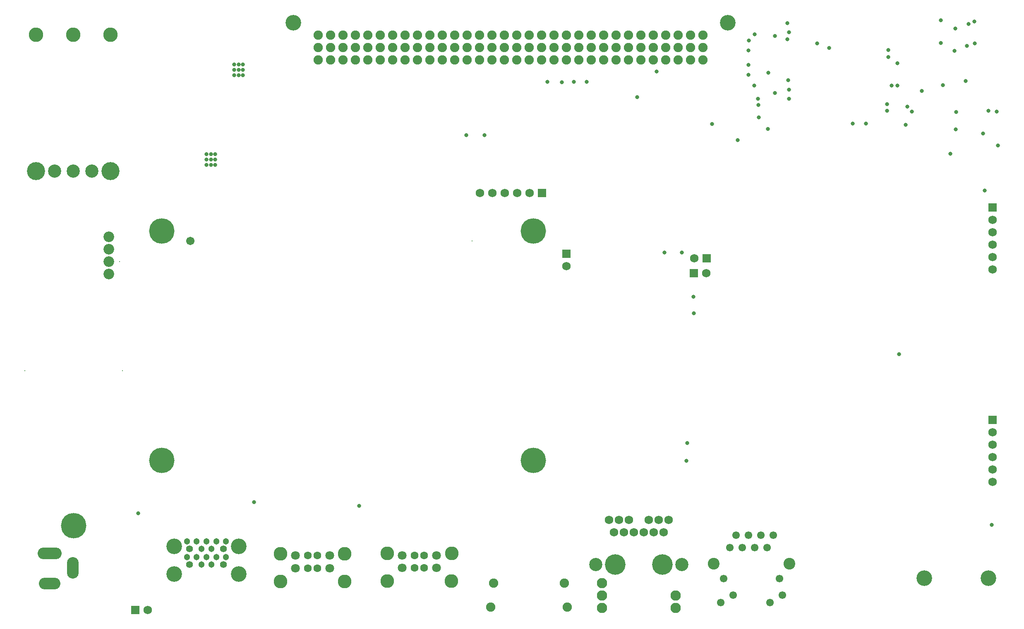
<source format=gbs>
G04*
G04 #@! TF.GenerationSoftware,Altium Limited,Altium Designer,21.2.2 (38)*
G04*
G04 Layer_Color=16711935*
%FSLAX25Y25*%
%MOIN*%
G70*
G04*
G04 #@! TF.SameCoordinates,9A9FBC94-F95F-4755-83A8-F293FEA714C6*
G04*
G04*
G04 #@! TF.FilePolarity,Negative*
G04*
G01*
G75*
%ADD159C,0.12611*%
%ADD160C,0.06800*%
%ADD161R,0.06800X0.06800*%
%ADD162R,0.06800X0.06800*%
%ADD163C,0.06902*%
%ADD164C,0.08280*%
%ADD165C,0.10642*%
%ADD166C,0.16548*%
%ADD167C,0.07493*%
%ADD168C,0.00800*%
%ADD169C,0.06706*%
%ADD170C,0.20485*%
%ADD171C,0.05131*%
%ADD172C,0.05524*%
%ADD173C,0.07099*%
%ADD174C,0.06312*%
%ADD175C,0.11036*%
%ADD176C,0.08556*%
%ADD177C,0.11627*%
%ADD178C,0.14580*%
%ADD179C,0.06115*%
%ADD180C,0.09461*%
%ADD181O,0.17335X0.09461*%
%ADD182O,0.19304X0.09461*%
%ADD183O,0.09461X0.17335*%
%ADD184C,0.03162*%
D159*
X746575Y33268D02*
D03*
X798307D02*
D03*
X238386Y481260D02*
D03*
X588386D02*
D03*
X142441Y59016D02*
D03*
X194173D02*
D03*
X142441Y36614D02*
D03*
X194173D02*
D03*
D160*
X458465Y285197D02*
D03*
X418780Y343898D02*
D03*
X428780D02*
D03*
X408779D02*
D03*
X398780D02*
D03*
X388779D02*
D03*
X571102Y279528D02*
D03*
X561181Y291339D02*
D03*
X801772Y282283D02*
D03*
Y292284D02*
D03*
Y302284D02*
D03*
Y322284D02*
D03*
Y312283D02*
D03*
X801575Y111221D02*
D03*
Y121221D02*
D03*
Y131220D02*
D03*
Y151221D02*
D03*
Y141220D02*
D03*
X121024Y7874D02*
D03*
D161*
X458465Y295197D02*
D03*
X801772Y332283D02*
D03*
X801575Y161221D02*
D03*
D162*
X438779Y343898D02*
D03*
X561102Y279528D02*
D03*
X571181Y291339D02*
D03*
X111024Y7874D02*
D03*
D163*
X536614Y70472D02*
D03*
X528622D02*
D03*
X520630D02*
D03*
X512598D02*
D03*
X504606D02*
D03*
X496614D02*
D03*
X540630Y80472D02*
D03*
X532638D02*
D03*
X524646D02*
D03*
X508583D02*
D03*
X500591D02*
D03*
X492598D02*
D03*
D164*
X546220Y19488D02*
D03*
Y9488D02*
D03*
X487008Y29488D02*
D03*
Y19488D02*
D03*
Y9488D02*
D03*
D165*
X551221Y44488D02*
D03*
X482008D02*
D03*
X46024Y361850D02*
D03*
X61024D02*
D03*
X76024D02*
D03*
D166*
X535630Y44488D02*
D03*
X497598D02*
D03*
D167*
X258386Y471260D02*
D03*
X268386D02*
D03*
X278386D02*
D03*
X288386D02*
D03*
X298386D02*
D03*
X308386D02*
D03*
X318386D02*
D03*
X328386D02*
D03*
X338386D02*
D03*
X348386D02*
D03*
X358386D02*
D03*
X368386D02*
D03*
X378386D02*
D03*
X388386D02*
D03*
X398386D02*
D03*
X408386D02*
D03*
X418386D02*
D03*
X428386D02*
D03*
X438386D02*
D03*
X448386D02*
D03*
X458386D02*
D03*
X468386D02*
D03*
X478386D02*
D03*
X488386D02*
D03*
X498386D02*
D03*
X508386D02*
D03*
X518386D02*
D03*
X528386D02*
D03*
X538386D02*
D03*
X548386D02*
D03*
X558386D02*
D03*
X568386D02*
D03*
X258386Y461260D02*
D03*
X268386D02*
D03*
X278386D02*
D03*
X288386D02*
D03*
X298386D02*
D03*
X308386D02*
D03*
X318386D02*
D03*
X328386D02*
D03*
X338386D02*
D03*
X348386D02*
D03*
X358386D02*
D03*
X368386D02*
D03*
X378386D02*
D03*
X388386D02*
D03*
X398386D02*
D03*
X408386D02*
D03*
X418386D02*
D03*
X428386D02*
D03*
X438386D02*
D03*
X448386D02*
D03*
X458386D02*
D03*
X468386D02*
D03*
X478386D02*
D03*
X488386D02*
D03*
X498386D02*
D03*
X508386D02*
D03*
X518386D02*
D03*
X528386D02*
D03*
X538386D02*
D03*
X548386D02*
D03*
X558386D02*
D03*
X568386D02*
D03*
X258386Y451260D02*
D03*
X268386D02*
D03*
X278386D02*
D03*
X288386D02*
D03*
X298386D02*
D03*
X308386D02*
D03*
X318386D02*
D03*
X328386D02*
D03*
X338386D02*
D03*
X348386D02*
D03*
X358386D02*
D03*
X368386D02*
D03*
X378386D02*
D03*
X388386D02*
D03*
X398386D02*
D03*
X408386D02*
D03*
X418386D02*
D03*
X428386D02*
D03*
X438386D02*
D03*
X448386D02*
D03*
X458386D02*
D03*
X468386D02*
D03*
X478386D02*
D03*
X488386D02*
D03*
X498386D02*
D03*
X508386D02*
D03*
X518386D02*
D03*
X528386D02*
D03*
X538386D02*
D03*
X548386D02*
D03*
X558386D02*
D03*
X568386D02*
D03*
X456693Y29331D02*
D03*
X399606D02*
D03*
X397244Y10039D02*
D03*
X459055D02*
D03*
D168*
X382480Y305512D02*
D03*
X100787Y200787D02*
D03*
X22047D02*
D03*
X98268Y288819D02*
D03*
D169*
X155315Y305512D02*
D03*
D170*
X431693Y313386D02*
D03*
X132480D02*
D03*
X132480Y128347D02*
D03*
X431693D02*
D03*
X61417Y75787D02*
D03*
D171*
X184055Y62992D02*
D03*
X176181D02*
D03*
X168307D02*
D03*
X160433D02*
D03*
X152559D02*
D03*
X172244Y57087D02*
D03*
X164370D02*
D03*
X184055Y50394D02*
D03*
X176181D02*
D03*
X168307D02*
D03*
X160433D02*
D03*
X152559D02*
D03*
X172244Y44488D02*
D03*
X164370D02*
D03*
D172*
X182087Y57087D02*
D03*
X154527D02*
D03*
X182087Y44488D02*
D03*
X154527D02*
D03*
D173*
X353661Y51811D02*
D03*
X326102D02*
D03*
X353661Y41575D02*
D03*
X326102D02*
D03*
X267583Y51575D02*
D03*
X240024D02*
D03*
X267583Y41339D02*
D03*
X240024D02*
D03*
D174*
X343819Y51811D02*
D03*
X335945D02*
D03*
X343819Y41575D02*
D03*
X335945D02*
D03*
X257740Y51575D02*
D03*
X249867D02*
D03*
X257740Y41339D02*
D03*
X249867D02*
D03*
D175*
X365866Y53268D02*
D03*
X365748Y30906D02*
D03*
X314134Y53268D02*
D03*
X314016Y30906D02*
D03*
X279788Y53031D02*
D03*
X279670Y30669D02*
D03*
X228056Y53031D02*
D03*
X227937Y30669D02*
D03*
D176*
X89764Y278819D02*
D03*
Y288819D02*
D03*
Y298819D02*
D03*
Y308819D02*
D03*
D177*
X91024Y471850D02*
D03*
X61024D02*
D03*
X31024D02*
D03*
D178*
Y361850D02*
D03*
X91024D02*
D03*
D179*
X582579Y13780D02*
D03*
X592579Y19764D02*
D03*
X622382Y13780D02*
D03*
X632382Y19764D02*
D03*
X589980Y58071D02*
D03*
X594980Y68071D02*
D03*
X599980Y58071D02*
D03*
X604980Y68071D02*
D03*
X609980Y58071D02*
D03*
X614980Y68071D02*
D03*
X619980Y58071D02*
D03*
X624980Y68071D02*
D03*
X629980Y33071D02*
D03*
X584980D02*
D03*
D180*
X638091Y45079D02*
D03*
X576870D02*
D03*
D181*
X41929Y28937D02*
D03*
D182*
Y53543D02*
D03*
D183*
X60827Y41732D02*
D03*
D184*
X716535Y410236D02*
D03*
X530905Y441929D02*
D03*
X515354Y421457D02*
D03*
X604921Y439370D02*
D03*
X780905Y462598D02*
D03*
X732874Y413583D02*
D03*
X736811Y409646D02*
D03*
X726181Y213976D02*
D03*
X613040Y415020D02*
D03*
X636417Y467913D02*
D03*
X626378Y470866D02*
D03*
X609842Y472047D02*
D03*
X637530Y420020D02*
D03*
X605315Y466929D02*
D03*
X612598Y420079D02*
D03*
X604921Y459055D02*
D03*
Y447244D02*
D03*
X795472Y346063D02*
D03*
X551378Y296063D02*
D03*
X537402D02*
D03*
X561024Y247047D02*
D03*
X560827Y260433D02*
D03*
X555118Y127953D02*
D03*
X555512Y142520D02*
D03*
X717520Y459252D02*
D03*
X669882Y461221D02*
D03*
X575787Y399606D02*
D03*
X716732Y415748D02*
D03*
X805118Y409842D02*
D03*
X688976Y400000D02*
D03*
X699606Y400197D02*
D03*
X772047Y395472D02*
D03*
X805906Y382283D02*
D03*
X794095Y392126D02*
D03*
X787402Y464567D02*
D03*
X787008Y482480D02*
D03*
X771654Y476772D02*
D03*
X771063Y458858D02*
D03*
X782480Y480315D02*
D03*
X621063Y441142D02*
D03*
X620669Y395669D02*
D03*
X720276Y430709D02*
D03*
X725000D02*
D03*
Y448819D02*
D03*
X798228Y410433D02*
D03*
X717520Y453740D02*
D03*
X759842Y483268D02*
D03*
X636221Y481102D02*
D03*
X626378Y424606D02*
D03*
X637008Y435039D02*
D03*
X760039Y464961D02*
D03*
X767520Y375787D02*
D03*
X731693Y399016D02*
D03*
X744685Y426378D02*
D03*
X761614Y430905D02*
D03*
X780118Y434449D02*
D03*
X637598Y427362D02*
D03*
X660236Y464764D02*
D03*
X609596Y430561D02*
D03*
X613189Y404921D02*
D03*
X454528Y433268D02*
D03*
X464173Y433858D02*
D03*
X474803Y433858D02*
D03*
X443110Y433661D02*
D03*
X596457Y386811D02*
D03*
X772424Y409252D02*
D03*
X637795Y473819D02*
D03*
X392323Y390748D02*
D03*
X377756D02*
D03*
X171850Y366732D02*
D03*
X175197D02*
D03*
X168307D02*
D03*
X171850Y371063D02*
D03*
X175197Y371063D02*
D03*
X168307Y371063D02*
D03*
Y375394D02*
D03*
X175197D02*
D03*
X171850D02*
D03*
X801083Y76378D02*
D03*
X291437Y91732D02*
D03*
X206791Y94685D02*
D03*
X113189Y85827D02*
D03*
X194291Y447638D02*
D03*
X197638D02*
D03*
X190748D02*
D03*
Y443307D02*
D03*
X197638Y443307D02*
D03*
X194291Y443307D02*
D03*
X190748Y438976D02*
D03*
X197638D02*
D03*
X194291D02*
D03*
M02*

</source>
